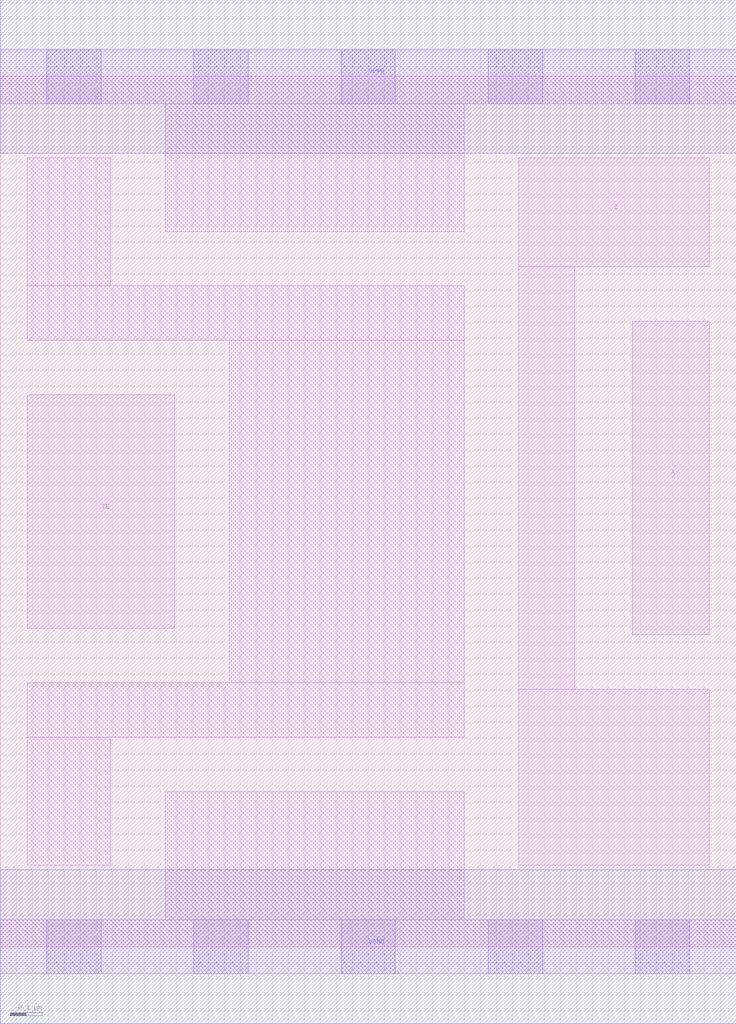
<source format=lef>
# Copyright 2020 The SkyWater PDK Authors
#
# Licensed under the Apache License, Version 2.0 (the "License");
# you may not use this file except in compliance with the License.
# You may obtain a copy of the License at
#
#     https://www.apache.org/licenses/LICENSE-2.0
#
# Unless required by applicable law or agreed to in writing, software
# distributed under the License is distributed on an "AS IS" BASIS,
# WITHOUT WARRANTIES OR CONDITIONS OF ANY KIND, either express or implied.
# See the License for the specific language governing permissions and
# limitations under the License.
#
# SPDX-License-Identifier: Apache-2.0

VERSION 5.7 ;
  NAMESCASESENSITIVE ON ;
  NOWIREEXTENSIONATPIN ON ;
  DIVIDERCHAR "/" ;
  BUSBITCHARS "[]" ;
UNITS
  DATABASE MICRONS 200 ;
END UNITS
MACRO sky130_fd_sc_hd__einvp_1
  CLASS CORE ;
  FOREIGN sky130_fd_sc_hd__einvp_1 ;
  ORIGIN  0.000000  0.000000 ;
  SIZE  2.300000 BY  2.720000 ;
  SYMMETRY X Y R90 ;
  SITE unithd ;
  PIN A
    ANTENNAGATEAREA  0.247500 ;
    DIRECTION INPUT ;
    USE SIGNAL ;
    PORT
      LAYER li1 ;
        RECT 1.975000 0.975000 2.215000 1.955000 ;
    END
  END A
  PIN TE
    ANTENNAGATEAREA  0.223500 ;
    DIRECTION INPUT ;
    USE SIGNAL ;
    PORT
      LAYER li1 ;
        RECT 0.085000 0.995000 0.545000 1.725000 ;
    END
  END TE
  PIN Z
    ANTENNADIFFAREA  0.445500 ;
    DIRECTION OUTPUT ;
    USE SIGNAL ;
    PORT
      LAYER li1 ;
        RECT 1.620000 0.255000 2.215000 0.805000 ;
        RECT 1.620000 0.805000 1.795000 2.125000 ;
        RECT 1.620000 2.125000 2.215000 2.465000 ;
    END
  END Z
  PIN VGND
    DIRECTION INOUT ;
    SHAPE ABUTMENT ;
    USE GROUND ;
    PORT
      LAYER met1 ;
        RECT 0.000000 -0.240000 2.300000 0.240000 ;
    END
  END VGND
  PIN VPWR
    DIRECTION INOUT ;
    SHAPE ABUTMENT ;
    USE POWER ;
    PORT
      LAYER met1 ;
        RECT 0.000000 2.480000 2.300000 2.960000 ;
    END
  END VPWR
  OBS
    LAYER li1 ;
      RECT 0.000000 -0.085000 2.300000 0.085000 ;
      RECT 0.000000  2.635000 2.300000 2.805000 ;
      RECT 0.085000  0.255000 0.345000 0.655000 ;
      RECT 0.085000  0.655000 1.450000 0.825000 ;
      RECT 0.085000  1.895000 1.450000 2.065000 ;
      RECT 0.085000  2.065000 0.345000 2.465000 ;
      RECT 0.515000  0.085000 1.450000 0.485000 ;
      RECT 0.515000  2.235000 1.450000 2.635000 ;
      RECT 0.715000  0.825000 1.450000 1.895000 ;
    LAYER mcon ;
      RECT 0.145000 -0.085000 0.315000 0.085000 ;
      RECT 0.145000  2.635000 0.315000 2.805000 ;
      RECT 0.605000 -0.085000 0.775000 0.085000 ;
      RECT 0.605000  2.635000 0.775000 2.805000 ;
      RECT 1.065000 -0.085000 1.235000 0.085000 ;
      RECT 1.065000  2.635000 1.235000 2.805000 ;
      RECT 1.525000 -0.085000 1.695000 0.085000 ;
      RECT 1.525000  2.635000 1.695000 2.805000 ;
      RECT 1.985000 -0.085000 2.155000 0.085000 ;
      RECT 1.985000  2.635000 2.155000 2.805000 ;
  END
END sky130_fd_sc_hd__einvp_1
END LIBRARY

</source>
